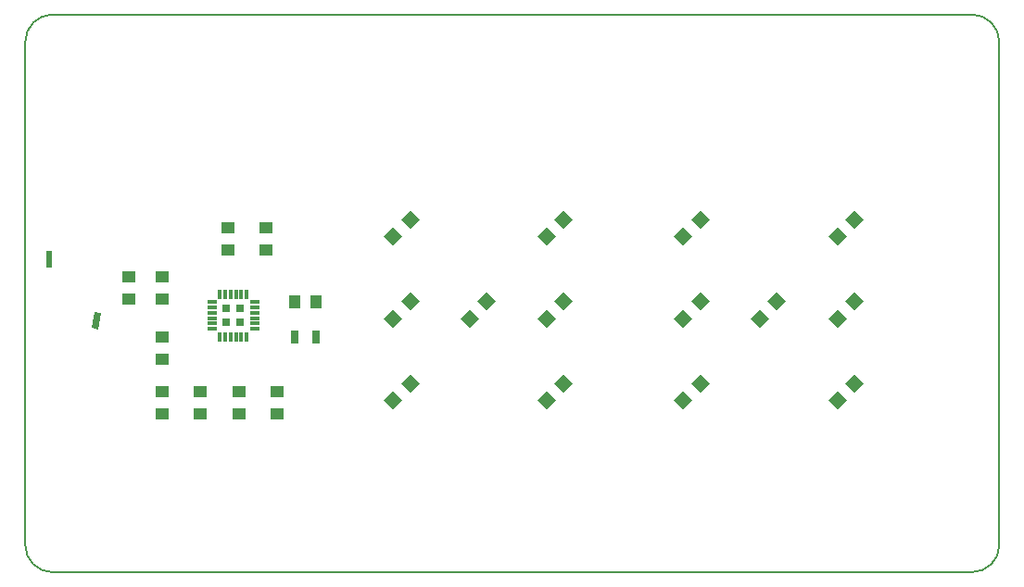
<source format=gbr>
%TF.GenerationSoftware,KiCad,Pcbnew,5.0.1*%
%TF.CreationDate,2019-02-20T00:34:26-06:00*%
%TF.ProjectId,Layout,4C61796F75742E6B696361645F706362,rev?*%
%TF.SameCoordinates,Original*%
%TF.FileFunction,Paste,Top*%
%TF.FilePolarity,Positive*%
%FSLAX46Y46*%
G04 Gerber Fmt 4.6, Leading zero omitted, Abs format (unit mm)*
G04 Created by KiCad (PCBNEW 5.0.1) date Wed 20 Feb 2019 12:34:26 AM CST*
%MOMM*%
%LPD*%
G01*
G04 APERTURE LIST*
%ADD10C,0.150000*%
%ADD11R,1.250000X1.000000*%
%ADD12C,1.200000*%
%ADD13C,0.100000*%
%ADD14R,0.850000X0.300000*%
%ADD15R,0.300000X0.850000*%
%ADD16R,0.780000X0.780000*%
%ADD17C,0.630000*%
%ADD18R,0.630000X1.524000*%
%ADD19R,1.000000X1.250000*%
%ADD20R,0.700000X1.300000*%
G04 APERTURE END LIST*
D10*
X112000000Y-122000000D02*
X112000000Y-76000000D01*
X198500000Y-124500000D02*
X114500000Y-124500000D01*
X201000000Y-76000000D02*
X201000000Y-122000000D01*
X114500000Y-73500000D02*
X198500000Y-73500000D01*
X201000000Y-122000000D02*
G75*
G02X198500000Y-124500000I-2500000J0D01*
G01*
X114500000Y-124500000D02*
G75*
G02X112000000Y-122000000I0J2500000D01*
G01*
X112000000Y-76000000D02*
G75*
G02X114500000Y-73500000I2500000J0D01*
G01*
X198500000Y-73500000D02*
G75*
G02X201000000Y-76000000I0J-2500000D01*
G01*
D11*
X124500000Y-105000000D03*
X124500000Y-103000000D03*
X121500000Y-97500000D03*
X121500000Y-99500000D03*
X135000000Y-110000000D03*
X135000000Y-108000000D03*
X131500000Y-108000000D03*
X131500000Y-110000000D03*
X124500000Y-108000000D03*
X124500000Y-110000000D03*
X124500000Y-97500000D03*
X124500000Y-99500000D03*
X128000000Y-108000000D03*
X128000000Y-110000000D03*
X130500000Y-95000000D03*
X130500000Y-93000000D03*
X134000000Y-93000000D03*
X134000000Y-95000000D03*
D12*
X145622184Y-93777817D03*
D13*
G36*
X145622184Y-94626345D02*
X144773656Y-93777817D01*
X145622184Y-92929289D01*
X146470712Y-93777817D01*
X145622184Y-94626345D01*
X145622184Y-94626345D01*
G37*
D12*
X147177818Y-92222183D03*
D13*
G36*
X147177818Y-93070711D02*
X146329290Y-92222183D01*
X147177818Y-91373655D01*
X148026346Y-92222183D01*
X147177818Y-93070711D01*
X147177818Y-93070711D01*
G37*
D12*
X161177818Y-107222183D03*
D13*
G36*
X161177818Y-108070711D02*
X160329290Y-107222183D01*
X161177818Y-106373655D01*
X162026346Y-107222183D01*
X161177818Y-108070711D01*
X161177818Y-108070711D01*
G37*
D12*
X159622184Y-108777817D03*
D13*
G36*
X159622184Y-109626345D02*
X158773656Y-108777817D01*
X159622184Y-107929289D01*
X160470712Y-108777817D01*
X159622184Y-109626345D01*
X159622184Y-109626345D01*
G37*
D12*
X147177818Y-107222183D03*
D13*
G36*
X147177818Y-108070711D02*
X146329290Y-107222183D01*
X147177818Y-106373655D01*
X148026346Y-107222183D01*
X147177818Y-108070711D01*
X147177818Y-108070711D01*
G37*
D12*
X145622184Y-108777817D03*
D13*
G36*
X145622184Y-109626345D02*
X144773656Y-108777817D01*
X145622184Y-107929289D01*
X146470712Y-108777817D01*
X145622184Y-109626345D01*
X145622184Y-109626345D01*
G37*
D12*
X159622184Y-93777817D03*
D13*
G36*
X159622184Y-94626345D02*
X158773656Y-93777817D01*
X159622184Y-92929289D01*
X160470712Y-93777817D01*
X159622184Y-94626345D01*
X159622184Y-94626345D01*
G37*
D12*
X161177818Y-92222183D03*
D13*
G36*
X161177818Y-93070711D02*
X160329290Y-92222183D01*
X161177818Y-91373655D01*
X162026346Y-92222183D01*
X161177818Y-93070711D01*
X161177818Y-93070711D01*
G37*
D12*
X152622184Y-101277817D03*
D13*
G36*
X152622184Y-102126345D02*
X151773656Y-101277817D01*
X152622184Y-100429289D01*
X153470712Y-101277817D01*
X152622184Y-102126345D01*
X152622184Y-102126345D01*
G37*
D12*
X154177818Y-99722183D03*
D13*
G36*
X154177818Y-100570711D02*
X153329290Y-99722183D01*
X154177818Y-98873655D01*
X155026346Y-99722183D01*
X154177818Y-100570711D01*
X154177818Y-100570711D01*
G37*
D12*
X145622184Y-101277817D03*
D13*
G36*
X145622184Y-102126345D02*
X144773656Y-101277817D01*
X145622184Y-100429289D01*
X146470712Y-101277817D01*
X145622184Y-102126345D01*
X145622184Y-102126345D01*
G37*
D12*
X147177818Y-99722183D03*
D13*
G36*
X147177818Y-100570711D02*
X146329290Y-99722183D01*
X147177818Y-98873655D01*
X148026346Y-99722183D01*
X147177818Y-100570711D01*
X147177818Y-100570711D01*
G37*
D12*
X161177818Y-99722183D03*
D13*
G36*
X161177818Y-100570711D02*
X160329290Y-99722183D01*
X161177818Y-98873655D01*
X162026346Y-99722183D01*
X161177818Y-100570711D01*
X161177818Y-100570711D01*
G37*
D12*
X159622184Y-101277817D03*
D13*
G36*
X159622184Y-102126345D02*
X158773656Y-101277817D01*
X159622184Y-100429289D01*
X160470712Y-101277817D01*
X159622184Y-102126345D01*
X159622184Y-102126345D01*
G37*
D12*
X173677818Y-92222183D03*
D13*
G36*
X173677818Y-93070711D02*
X172829290Y-92222183D01*
X173677818Y-91373655D01*
X174526346Y-92222183D01*
X173677818Y-93070711D01*
X173677818Y-93070711D01*
G37*
D12*
X172122184Y-93777817D03*
D13*
G36*
X172122184Y-94626345D02*
X171273656Y-93777817D01*
X172122184Y-92929289D01*
X172970712Y-93777817D01*
X172122184Y-94626345D01*
X172122184Y-94626345D01*
G37*
D12*
X186222183Y-108777817D03*
D13*
G36*
X186222183Y-109626345D02*
X185373655Y-108777817D01*
X186222183Y-107929289D01*
X187070711Y-108777817D01*
X186222183Y-109626345D01*
X186222183Y-109626345D01*
G37*
D12*
X187777817Y-107222183D03*
D13*
G36*
X187777817Y-108070711D02*
X186929289Y-107222183D01*
X187777817Y-106373655D01*
X188626345Y-107222183D01*
X187777817Y-108070711D01*
X187777817Y-108070711D01*
G37*
D12*
X172122184Y-108777817D03*
D13*
G36*
X172122184Y-109626345D02*
X171273656Y-108777817D01*
X172122184Y-107929289D01*
X172970712Y-108777817D01*
X172122184Y-109626345D01*
X172122184Y-109626345D01*
G37*
D12*
X173677818Y-107222183D03*
D13*
G36*
X173677818Y-108070711D02*
X172829290Y-107222183D01*
X173677818Y-106373655D01*
X174526346Y-107222183D01*
X173677818Y-108070711D01*
X173677818Y-108070711D01*
G37*
D12*
X187777817Y-92222183D03*
D13*
G36*
X187777817Y-93070711D02*
X186929289Y-92222183D01*
X187777817Y-91373655D01*
X188626345Y-92222183D01*
X187777817Y-93070711D01*
X187777817Y-93070711D01*
G37*
D12*
X186222183Y-93777817D03*
D13*
G36*
X186222183Y-94626345D02*
X185373655Y-93777817D01*
X186222183Y-92929289D01*
X187070711Y-93777817D01*
X186222183Y-94626345D01*
X186222183Y-94626345D01*
G37*
D12*
X180677818Y-99722183D03*
D13*
G36*
X180677818Y-100570711D02*
X179829290Y-99722183D01*
X180677818Y-98873655D01*
X181526346Y-99722183D01*
X180677818Y-100570711D01*
X180677818Y-100570711D01*
G37*
D12*
X179122184Y-101277817D03*
D13*
G36*
X179122184Y-102126345D02*
X178273656Y-101277817D01*
X179122184Y-100429289D01*
X179970712Y-101277817D01*
X179122184Y-102126345D01*
X179122184Y-102126345D01*
G37*
D12*
X173677818Y-99722183D03*
D13*
G36*
X173677818Y-100570711D02*
X172829290Y-99722183D01*
X173677818Y-98873655D01*
X174526346Y-99722183D01*
X173677818Y-100570711D01*
X173677818Y-100570711D01*
G37*
D12*
X172122184Y-101277817D03*
D13*
G36*
X172122184Y-102126345D02*
X171273656Y-101277817D01*
X172122184Y-100429289D01*
X172970712Y-101277817D01*
X172122184Y-102126345D01*
X172122184Y-102126345D01*
G37*
D12*
X186222183Y-101277817D03*
D13*
G36*
X186222183Y-102126345D02*
X185373655Y-101277817D01*
X186222183Y-100429289D01*
X187070711Y-101277817D01*
X186222183Y-102126345D01*
X186222183Y-102126345D01*
G37*
D12*
X187777817Y-99722183D03*
D13*
G36*
X187777817Y-100570711D02*
X186929289Y-99722183D01*
X187777817Y-98873655D01*
X188626345Y-99722183D01*
X187777817Y-100570711D01*
X187777817Y-100570711D01*
G37*
D14*
X129050000Y-99760000D03*
X129050000Y-100260000D03*
X129050000Y-100760000D03*
X129050000Y-101260000D03*
X129050000Y-101760000D03*
X129050000Y-102260000D03*
D15*
X129750000Y-102960000D03*
X130250000Y-102960000D03*
X130750000Y-102960000D03*
X131250000Y-102960000D03*
X131750000Y-102960000D03*
X132250000Y-102960000D03*
D14*
X132950000Y-102260000D03*
X132950000Y-101760000D03*
X132950000Y-101260000D03*
X132950000Y-100760000D03*
X132950000Y-100260000D03*
X132950000Y-99760000D03*
D15*
X132250000Y-99060000D03*
X131750000Y-99060000D03*
X131250000Y-99060000D03*
X130750000Y-99060000D03*
X130250000Y-99060000D03*
X129750000Y-99060000D03*
D16*
X131650000Y-101660000D03*
X131650000Y-100360000D03*
X130350000Y-101660000D03*
X130350000Y-100360000D03*
D17*
X118520000Y-101480000D03*
D13*
G36*
X118697895Y-102285123D02*
X118077466Y-102175724D01*
X118342105Y-100674877D01*
X118962534Y-100784276D01*
X118697895Y-102285123D01*
X118697895Y-102285123D01*
G37*
D18*
X114170000Y-95880000D03*
D19*
X138600000Y-99810000D03*
X136600000Y-99810000D03*
D20*
X138550000Y-102970000D03*
X136650000Y-102970000D03*
M02*

</source>
